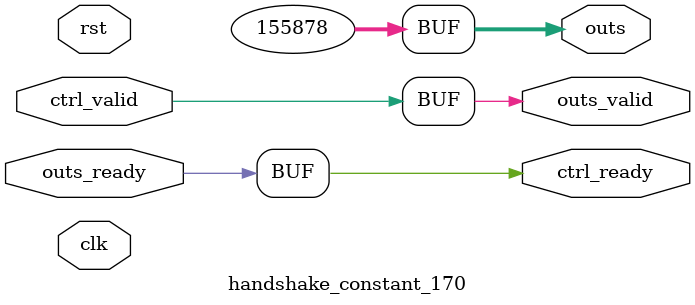
<source format=v>
`timescale 1ns / 1ps
module handshake_constant_170 #(
  parameter DATA_WIDTH = 32  // Default set to 32 bits
) (
  input                       clk,
  input                       rst,
  // Input Channel
  input                       ctrl_valid,
  output                      ctrl_ready,
  // Output Channel
  output [DATA_WIDTH - 1 : 0] outs,
  output                      outs_valid,
  input                       outs_ready
);
  assign outs       = 19'b0100110000011100110;
  assign outs_valid = ctrl_valid;
  assign ctrl_ready = outs_ready;

endmodule

</source>
